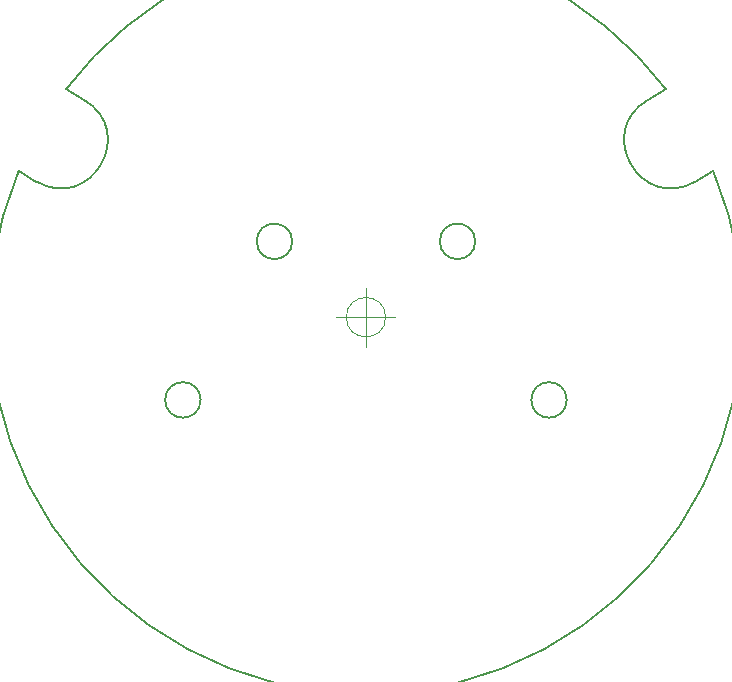
<source format=gbr>
%TF.GenerationSoftware,KiCad,Pcbnew,(5.1.9)-1*%
%TF.CreationDate,2024-04-03T16:53:24+03:00*%
%TF.ProjectId,jantteri_left,6a616e74-7465-4726-995f-6c6566742e6b,rev?*%
%TF.SameCoordinates,Original*%
%TF.FileFunction,Profile,NP*%
%FSLAX46Y46*%
G04 Gerber Fmt 4.6, Leading zero omitted, Abs format (unit mm)*
G04 Created by KiCad (PCBNEW (5.1.9)-1) date 2024-04-03 16:53:24*
%MOMM*%
%LPD*%
G01*
G04 APERTURE LIST*
%TA.AperFunction,Profile*%
%ADD10C,0.050000*%
%TD*%
%TA.AperFunction,Profile*%
%ADD11C,0.200000*%
%TD*%
G04 APERTURE END LIST*
D10*
X162197665Y-68526393D02*
G75*
G03*
X162197665Y-68526393I-1666666J0D01*
G01*
X158030999Y-68526393D02*
X163030999Y-68526393D01*
X160530999Y-66026393D02*
X160530999Y-71026393D01*
D11*
X135122835Y-49238180D02*
G75*
G02*
X185939163Y-49238181I25408164J-19288213D01*
G01*
X188425158Y-57040496D02*
G75*
G02*
X184425158Y-50112292I-2000000J3464102D01*
G01*
X189939163Y-56166384D02*
X188425158Y-57040495D01*
X146531000Y-75526392D02*
G75*
G03*
X146531000Y-75526392I-1500000J0D01*
G01*
X177530998Y-75526393D02*
G75*
G03*
X177530998Y-75526393I-1500000J0D01*
G01*
X169780998Y-62103000D02*
G75*
G03*
X169780998Y-62103000I-1500000J0D01*
G01*
X154281000Y-62103000D02*
G75*
G03*
X154281000Y-62103000I-1500000J0D01*
G01*
X184425158Y-50112292D02*
X185939163Y-49238181D01*
X135122835Y-49238181D02*
X136636840Y-50112292D01*
X189939163Y-56166383D02*
G75*
G02*
X131122835Y-56166384I-29408164J-12360010D01*
G01*
X132636840Y-57040495D02*
X131122835Y-56166384D01*
X136636840Y-50112293D02*
G75*
G02*
X132636840Y-57040495I-2000000J-3464101D01*
G01*
D10*
X162197665Y-68526393D02*
G75*
G03*
X162197665Y-68526393I-1666666J0D01*
G01*
X158030999Y-68526393D02*
X163030999Y-68526393D01*
X160530999Y-66026393D02*
X160530999Y-71026393D01*
M02*

</source>
